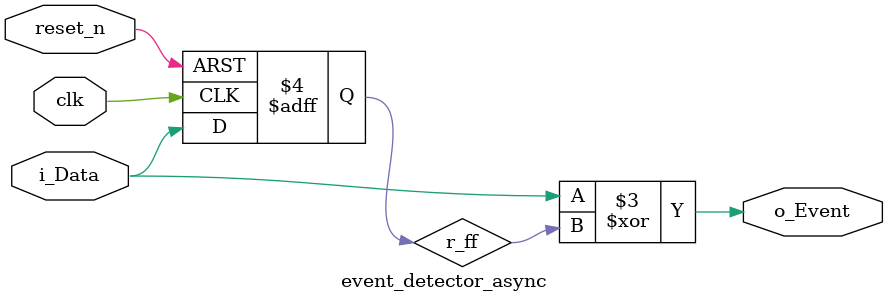
<source format=v>
module event_detector_async(

		input     clk,
		input     reset_n,
		input     i_Data,
		output    o_Event
  );

  reg r_ff;   // Declare internal variables 

  always @(posedge clk or negedge reset_n) // Register the i_Data
		begin
       if(!reset_n)
				r_ff <= 1'b0;
			else
				r_ff <= i_Data;
			end
  assign o_Event = (i_Data)^(r_ff); // o_Event Generation
endmodule

</source>
